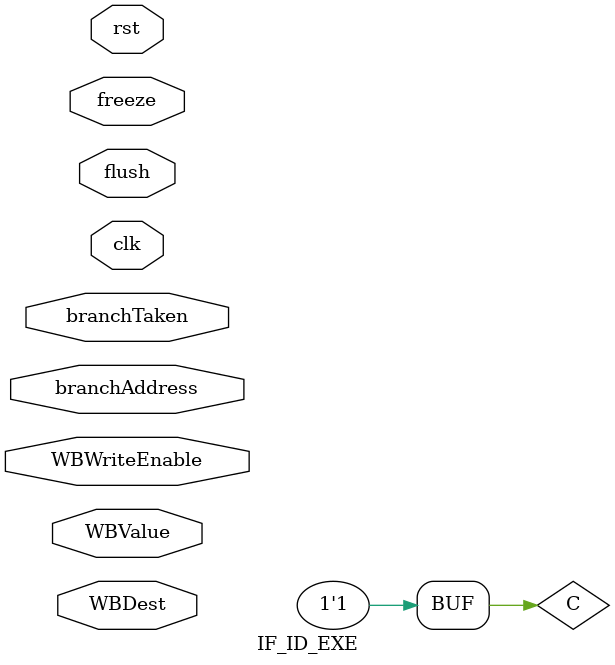
<source format=v>
module IF_ID_EXE(input clk , rst , branchTaken, freeze, flush ,WBWriteEnable ,
            input[31:0] branchAddress ,WBValue,  
            input[3:0] WBDest);




wire C,V,Z,N ;
assign C = 1;
wire [31:0] Rn, Rm ; 
wire imm ,COUT, ZOUT, VOUT, NOUT ;
wire[23:0] signedIMM  ;
wire[11:0] valGeneratorIMM  ;
wire[8:0] controlsignals ;
wire [31:0] IF_PC , IF_instruction;
wire [31:0] PC_ID , instruction_ID;
IF intructionFetch(clk , rst ,branchTaken, freeze, branchAddress , IF_PC , IF_instruction);
// (  input clk, rst, freeze, flush,input [31:0] pcIn, instructionIn,output [31:0] pc, Instruction);
IF_Reg intructionFetchRegister(clk,rst , freeze , flush , IF_PC , IF_instruction , PC_ID , instruction_ID);
//

ID instructionDecode (clk, rst,C,V,Z,N, WBWriteEnable,PC_ID, instruction_ID, WBValue,
     WBDest, Rn, Rm , imm ,COUT, ZOUT, VOUT, NOUT,signedIMM, valGeneratorIMM , controlsignals );
wire [31:0] RnOut, RmOut ; 
wire[23:0] signedIMMOut  ;
wire[11:0] valGeneratorIMMOut  ;
wire[8:0] controlsignalsOut; 
wire [31:0] IF_PCOut , IF_instructionOut;
wire [31:0] PC_IDOut , instruction_IDOut;
wire immOut,CoutOut;
wire [3:0] WBDestOut;
//out={SOUT, B, EXE_CMD,MEM_WB_EN, MEM_R_EN,WB_EN};
ID_Reg id_reg(clk, rst, controlsignals[0], controlsignals[1],controlsignals[2],controlsignals[6:3],controlsignals[7],controlsignals[8] , PC_ID ,Rn,Rm,imm,valGeneratorIMM,signedIMM,instruction_ID[15:12],
         controlsignalsOut[0], controlsignalsOut[1],controlsignalsOut[2],controlsignalsOut[6:3],controlsignalsOut[7],controlsignalsOut[8] , PC_IDOut ,RnOut,RmOut,immOut,valGeneratorIMMOut,signedIMMOut,WBDestOut,freeze,COUT,CoutOut);   
wire memREnOut, memWEnOut;
wire[31:0] ALURes, valRmOut, branchAddressEXE;
wire statusBits;
EXE exe(clk, rst,
        controlsignalsOut[1], controlsignalsOut[2], controlsignalsOut[6:3], PC_IDOut, RnOut, RmOut, immOut, valGeneratorIMMOut,signedIMMOut,CoutOut, memREnOut, memWEnOut ,ALURes, valRmOut, branchAddressEXE,statusBits);
endmodule
</source>
